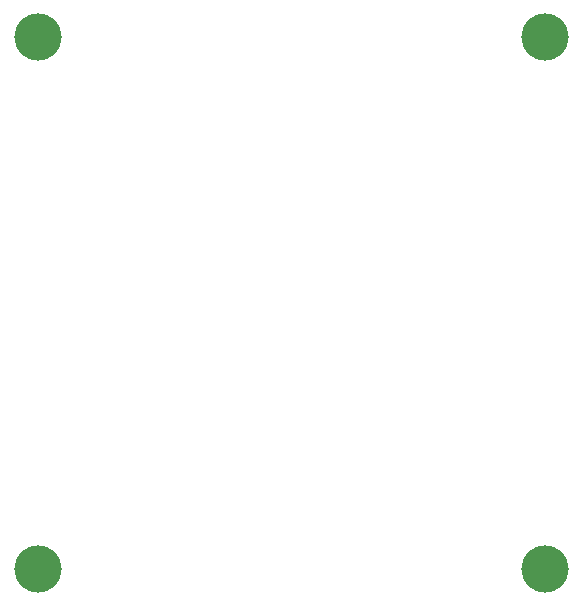
<source format=gbr>
G04 GENERATED BY PULSONIX 7.0 GERBER.DLL 4573*
%INHILLSTAR_30X30_EL_V1_0*%
%LNGERBER_SOLDERMASK_TOP*%
%FSLAX33Y33*%
%IPPOS*%
%LPD*%
%OFA0B0*%
%MOMM*%
%ADD2890C,4.000*%
X0Y0D02*
D02*
D2890*
X108291Y104462D03*
Y149462D03*
X151291Y104462D03*
Y149462D03*
X0Y0D02*
M02*

</source>
